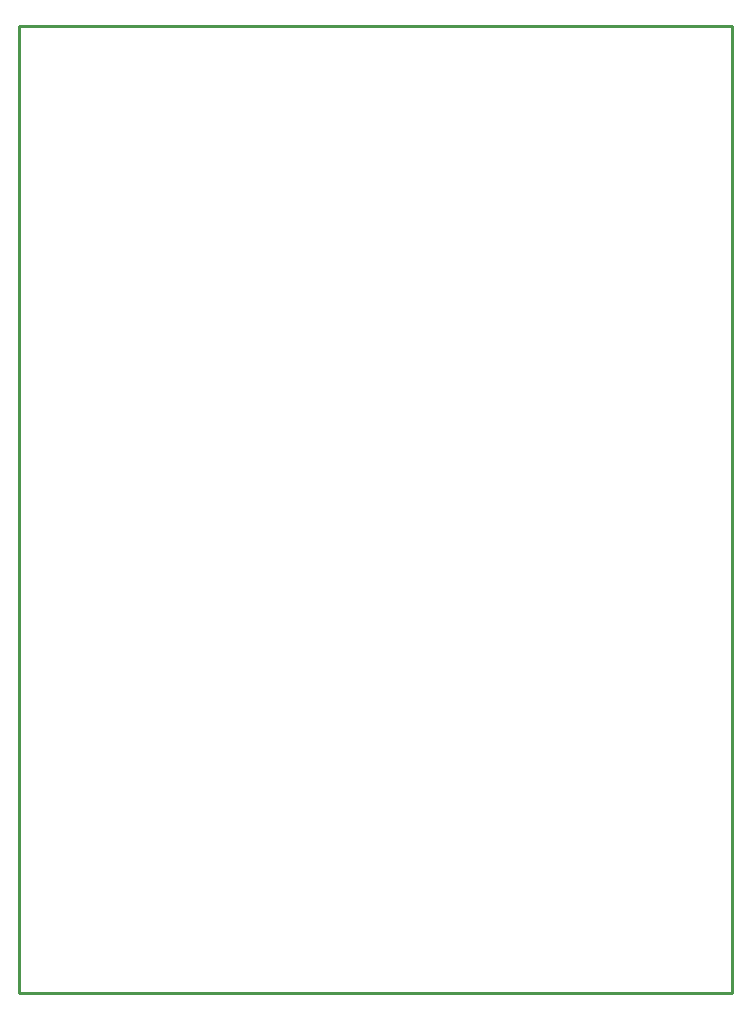
<source format=gm1>
G04 Layer_Color=16711935*
%FSLAX25Y25*%
%MOIN*%
G70*
G01*
G75*
%ADD17C,0.01000*%
D17*
X0Y0D02*
X237500D01*
Y322500D01*
X0D02*
X237500D01*
X0Y0D02*
Y322500D01*
M02*

</source>
